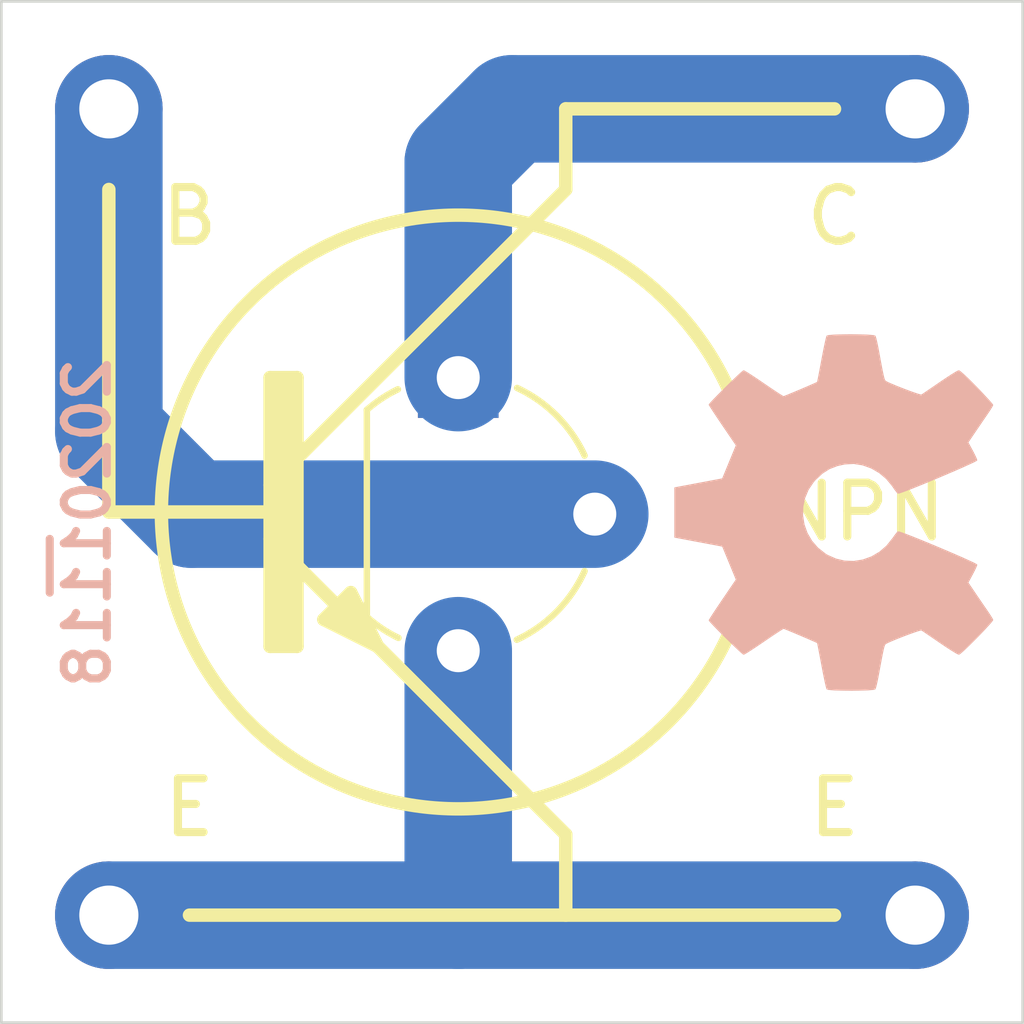
<source format=kicad_pcb>
(kicad_pcb (version 20171130) (host pcbnew 5.1.8-db9833491~87~ubuntu20.04.1)

  (general
    (thickness 1.6)
    (drawings 24)
    (tracks 9)
    (zones 0)
    (modules 7)
    (nets 4)
  )

  (page A4)
  (layers
    (0 F.Cu signal)
    (31 B.Cu signal)
    (32 B.Adhes user)
    (33 F.Adhes user)
    (34 B.Paste user)
    (35 F.Paste user)
    (36 B.SilkS user)
    (37 F.SilkS user)
    (38 B.Mask user)
    (39 F.Mask user)
    (40 Dwgs.User user)
    (41 Cmts.User user)
    (42 Eco1.User user)
    (43 Eco2.User user)
    (44 Edge.Cuts user)
    (45 Margin user)
    (46 B.CrtYd user)
    (47 F.CrtYd user)
    (48 B.Fab user)
    (49 F.Fab user)
  )

  (setup
    (last_trace_width 2)
    (user_trace_width 0.2)
    (user_trace_width 0.3)
    (user_trace_width 0.4)
    (user_trace_width 0.6)
    (user_trace_width 0.8)
    (user_trace_width 1)
    (user_trace_width 1.2)
    (user_trace_width 1.4)
    (user_trace_width 1.6)
    (user_trace_width 2)
    (trace_clearance 0.2)
    (zone_clearance 0.508)
    (zone_45_only no)
    (trace_min 0.1524)
    (via_size 0.8)
    (via_drill 0.4)
    (via_min_size 0.381)
    (via_min_drill 0.254)
    (user_via 0.4 0.254)
    (user_via 0.5 0.3)
    (user_via 0.6 0.4)
    (user_via 0.8 0.6)
    (user_via 1.1 0.8)
    (user_via 1.3 1)
    (user_via 1.5 1.2)
    (user_via 1.7 1.4)
    (user_via 1.9 1.6)
    (user_via 2.5 2)
    (uvia_size 0.3)
    (uvia_drill 0.1)
    (uvias_allowed no)
    (uvia_min_size 0.2)
    (uvia_min_drill 0.1)
    (edge_width 0.05)
    (segment_width 0.2)
    (pcb_text_width 0.3)
    (pcb_text_size 1.5 1.5)
    (mod_edge_width 0.25)
    (mod_text_size 0.8 0.8)
    (mod_text_width 0.12)
    (pad_size 1.524 1.524)
    (pad_drill 0.762)
    (pad_to_mask_clearance 0.0762)
    (solder_mask_min_width 0.1016)
    (pad_to_paste_clearance_ratio -0.1)
    (aux_axis_origin 0 0)
    (visible_elements FFFFFF7F)
    (pcbplotparams
      (layerselection 0x010fc_ffffffff)
      (usegerberextensions false)
      (usegerberattributes true)
      (usegerberadvancedattributes true)
      (creategerberjobfile true)
      (excludeedgelayer true)
      (linewidth 0.100000)
      (plotframeref false)
      (viasonmask false)
      (mode 1)
      (useauxorigin false)
      (hpglpennumber 1)
      (hpglpenspeed 20)
      (hpglpendiameter 15.000000)
      (psnegative false)
      (psa4output false)
      (plotreference true)
      (plotvalue true)
      (plotinvisibletext false)
      (padsonsilk false)
      (subtractmaskfromsilk false)
      (outputformat 1)
      (mirror false)
      (drillshape 1)
      (scaleselection 1)
      (outputdirectory ""))
  )

  (net 0 "")
  (net 1 "Net-(J1-Pad1)")
  (net 2 "Net-(J2-Pad1)")
  (net 3 "Net-(J3-Pad1)")

  (net_class Default "This is the default net class."
    (clearance 0.2)
    (trace_width 0.25)
    (via_dia 0.8)
    (via_drill 0.4)
    (uvia_dia 0.3)
    (uvia_drill 0.1)
    (add_net "Net-(J1-Pad1)")
    (add_net "Net-(J2-Pad1)")
    (add_net "Net-(J3-Pad1)")
  )

  (module Package_TO_SOT_THT:TO-92L_Wide (layer F.Cu) (tedit 5A152D5B) (tstamp 5FB591B5)
    (at 148.5 68 270)
    (descr "TO-92L leads in-line (large body variant of TO-92), also known as TO-226, wide, drill 0.75mm (see https://www.diodes.com/assets/Package-Files/TO92L.pdf and http://www.ti.com/lit/an/snoa059/snoa059.pdf)")
    (tags "TO-92L Molded Wide transistor")
    (path /5FB5ABA9)
    (fp_text reference Q1 (at 2.55 -4.15 90) (layer F.Fab)
      (effects (font (size 1 1) (thickness 0.15)))
    )
    (fp_text value BC547 (at 2.54 2.79 90) (layer F.Fab)
      (effects (font (size 1 1) (thickness 0.15)))
    )
    (fp_arc (start 2.54 0) (end 4.45 1.7) (angle -15.88591585) (layer F.SilkS) (width 0.12))
    (fp_arc (start 2.54 0) (end 2.54 -2.48) (angle -130.2499344) (layer F.Fab) (width 0.1))
    (fp_arc (start 2.54 0) (end 2.54 -2.48) (angle 129.9527847) (layer F.Fab) (width 0.1))
    (fp_arc (start 2.54 0) (end 3.6 -2.35) (angle 40.72153779) (layer F.SilkS) (width 0.12))
    (fp_arc (start 2.54 0) (end 1.45 -2.35) (angle -40.11670855) (layer F.SilkS) (width 0.12))
    (fp_arc (start 2.54 0) (end 0.6 1.7) (angle 15.44288892) (layer F.SilkS) (width 0.12))
    (fp_text user %R (at 2.54 0 90) (layer F.Fab)
      (effects (font (size 1 1) (thickness 0.15)))
    )
    (fp_line (start -1 -3.55) (end -1 1.85) (layer B.CrtYd) (width 0.05))
    (fp_line (start 6.1 -3.55) (end -1 -3.55) (layer B.CrtYd) (width 0.05))
    (fp_line (start 6.1 1.85) (end 6.1 -3.55) (layer B.CrtYd) (width 0.05))
    (fp_line (start -1 1.85) (end 6.1 1.85) (layer B.CrtYd) (width 0.05))
    (fp_line (start 0.6 1.7) (end 4.45 1.7) (layer F.SilkS) (width 0.12))
    (fp_line (start 0.65 1.6) (end 4.4 1.6) (layer F.Fab) (width 0.1))
    (pad 1 thru_hole rect (at 0 0 270) (size 1.5 1.5) (drill 0.8) (layers *.Cu *.Mask)
      (net 3 "Net-(J3-Pad1)"))
    (pad 3 thru_hole circle (at 5.08 0 270) (size 1.5 1.5) (drill 0.8) (layers *.Cu *.Mask)
      (net 2 "Net-(J2-Pad1)"))
    (pad 2 thru_hole circle (at 2.54 -2.54 270) (size 1.5 1.5) (drill 0.8) (layers *.Cu *.Mask)
      (net 1 "Net-(J1-Pad1)"))
    (model ${KISYS3DMOD}/Package_TO_SOT_THT.3dshapes/TO-92L_Wide.wrl
      (at (xyz 0 0 0))
      (scale (xyz 1 1 1))
      (rotate (xyz 0 0 0))
    )
  )

  (module mill-max:PC_pin_nail_head_6092 locked (layer F.Cu) (tedit 5FB583BD) (tstamp 5FB5E4C9)
    (at 157 78)
    (path /5FB5975F)
    (fp_text reference J4 (at -3 0) (layer F.Fab)
      (effects (font (size 1 1) (thickness 0.15)))
    )
    (fp_text value E (at -1.5 -2) (layer F.SilkS)
      (effects (font (size 1 1) (thickness 0.15)))
    )
    (fp_circle (center 0 0) (end 1.3 0) (layer B.CrtYd) (width 0.025))
    (fp_circle (center 0 0) (end 1.3 0) (layer F.CrtYd) (width 0.025))
    (pad 1 thru_hole circle (at 0 0) (size 2 2) (drill 1.1) (layers *.Cu *.Mask)
      (net 2 "Net-(J2-Pad1)"))
  )

  (module mill-max:PC_pin_nail_head_6092 locked (layer F.Cu) (tedit 5FB583BD) (tstamp 5FB5E4C2)
    (at 157 63)
    (path /5FB592C5)
    (fp_text reference J3 (at -3 0) (layer F.Fab)
      (effects (font (size 1 1) (thickness 0.15)))
    )
    (fp_text value C (at -1.5 2) (layer F.SilkS)
      (effects (font (size 1 1) (thickness 0.15)))
    )
    (fp_circle (center 0 0) (end 1.3 0) (layer B.CrtYd) (width 0.025))
    (fp_circle (center 0 0) (end 1.3 0) (layer F.CrtYd) (width 0.025))
    (pad 1 thru_hole circle (at 0 0) (size 2 2) (drill 1.1) (layers *.Cu *.Mask)
      (net 3 "Net-(J3-Pad1)"))
  )

  (module mill-max:PC_pin_nail_head_6092 locked (layer F.Cu) (tedit 5FB583BD) (tstamp 5FB5E4BB)
    (at 142 78)
    (path /5FB58352)
    (fp_text reference J2 (at 3 0) (layer F.Fab)
      (effects (font (size 1 1) (thickness 0.15)))
    )
    (fp_text value E (at 1.5 -2) (layer F.SilkS)
      (effects (font (size 1 1) (thickness 0.15)))
    )
    (fp_circle (center 0 0) (end 1.3 0) (layer B.CrtYd) (width 0.025))
    (fp_circle (center 0 0) (end 1.3 0) (layer F.CrtYd) (width 0.025))
    (pad 1 thru_hole circle (at 0 0) (size 2 2) (drill 1.1) (layers *.Cu *.Mask)
      (net 2 "Net-(J2-Pad1)"))
  )

  (module mill-max:PC_pin_nail_head_6092 locked (layer F.Cu) (tedit 5FB583BD) (tstamp 5FB5E4B4)
    (at 142 63)
    (path /5FB58B49)
    (fp_text reference J1 (at 3 0) (layer F.Fab)
      (effects (font (size 1 1) (thickness 0.15)))
    )
    (fp_text value B (at 1.5 2) (layer F.SilkS)
      (effects (font (size 1 1) (thickness 0.15)))
    )
    (fp_circle (center 0 0) (end 1.3 0) (layer B.CrtYd) (width 0.025))
    (fp_circle (center 0 0) (end 1.3 0) (layer F.CrtYd) (width 0.025))
    (pad 1 thru_hole circle (at 0 0) (size 2 2) (drill 1.1) (layers *.Cu *.Mask)
      (net 1 "Net-(J1-Pad1)"))
  )

  (module Symbol:OSHW-Symbol_6.7x6mm_SilkScreen (layer B.Cu) (tedit 0) (tstamp 5EE12086)
    (at 155.5 70.5 270)
    (descr "Open Source Hardware Symbol")
    (tags "Logo Symbol OSHW")
    (path /5EE13678)
    (attr virtual)
    (fp_text reference N2 (at 0 0 90) (layer B.SilkS) hide
      (effects (font (size 1 1) (thickness 0.15)) (justify mirror))
    )
    (fp_text value OHWLOGO (at 0.75 0 90) (layer B.Fab) hide
      (effects (font (size 1 1) (thickness 0.15)) (justify mirror))
    )
    (fp_poly (pts (xy 0.555814 2.531069) (xy 0.639635 2.086445) (xy 0.94892 1.958947) (xy 1.258206 1.831449)
      (xy 1.629246 2.083754) (xy 1.733157 2.154004) (xy 1.827087 2.216728) (xy 1.906652 2.269062)
      (xy 1.96747 2.308143) (xy 2.005157 2.331107) (xy 2.015421 2.336058) (xy 2.03391 2.323324)
      (xy 2.07342 2.288118) (xy 2.129522 2.234938) (xy 2.197787 2.168282) (xy 2.273786 2.092646)
      (xy 2.353092 2.012528) (xy 2.431275 1.932426) (xy 2.503907 1.856836) (xy 2.566559 1.790255)
      (xy 2.614803 1.737182) (xy 2.64421 1.702113) (xy 2.651241 1.690377) (xy 2.641123 1.66874)
      (xy 2.612759 1.621338) (xy 2.569129 1.552807) (xy 2.513218 1.467785) (xy 2.448006 1.370907)
      (xy 2.410219 1.31565) (xy 2.341343 1.214752) (xy 2.28014 1.123701) (xy 2.229578 1.04703)
      (xy 2.192628 0.989272) (xy 2.172258 0.954957) (xy 2.169197 0.947746) (xy 2.176136 0.927252)
      (xy 2.195051 0.879487) (xy 2.223087 0.811168) (xy 2.257391 0.729011) (xy 2.295109 0.63973)
      (xy 2.333387 0.550042) (xy 2.36937 0.466662) (xy 2.400206 0.396306) (xy 2.423039 0.34569)
      (xy 2.435017 0.321529) (xy 2.435724 0.320578) (xy 2.454531 0.315964) (xy 2.504618 0.305672)
      (xy 2.580793 0.290713) (xy 2.677865 0.272099) (xy 2.790643 0.250841) (xy 2.856442 0.238582)
      (xy 2.97695 0.215638) (xy 3.085797 0.193805) (xy 3.177476 0.174278) (xy 3.246481 0.158252)
      (xy 3.287304 0.146921) (xy 3.295511 0.143326) (xy 3.303548 0.118994) (xy 3.310033 0.064041)
      (xy 3.31497 -0.015108) (xy 3.318364 -0.112026) (xy 3.320218 -0.220287) (xy 3.320538 -0.333465)
      (xy 3.319327 -0.445135) (xy 3.31659 -0.548868) (xy 3.312331 -0.638241) (xy 3.306555 -0.706826)
      (xy 3.299267 -0.748197) (xy 3.294895 -0.75681) (xy 3.268764 -0.767133) (xy 3.213393 -0.781892)
      (xy 3.136107 -0.799352) (xy 3.04423 -0.81778) (xy 3.012158 -0.823741) (xy 2.857524 -0.852066)
      (xy 2.735375 -0.874876) (xy 2.641673 -0.89308) (xy 2.572384 -0.907583) (xy 2.523471 -0.919292)
      (xy 2.490897 -0.929115) (xy 2.470628 -0.937956) (xy 2.458626 -0.946724) (xy 2.456947 -0.948457)
      (xy 2.440184 -0.976371) (xy 2.414614 -1.030695) (xy 2.382788 -1.104777) (xy 2.34726 -1.191965)
      (xy 2.310583 -1.285608) (xy 2.275311 -1.379052) (xy 2.243996 -1.465647) (xy 2.219193 -1.53874)
      (xy 2.203454 -1.591678) (xy 2.199332 -1.617811) (xy 2.199676 -1.618726) (xy 2.213641 -1.640086)
      (xy 2.245322 -1.687084) (xy 2.291391 -1.754827) (xy 2.348518 -1.838423) (xy 2.413373 -1.932982)
      (xy 2.431843 -1.959854) (xy 2.497699 -2.057275) (xy 2.55565 -2.146163) (xy 2.602538 -2.221412)
      (xy 2.635207 -2.27792) (xy 2.6505 -2.310581) (xy 2.651241 -2.314593) (xy 2.638392 -2.335684)
      (xy 2.602888 -2.377464) (xy 2.549293 -2.435445) (xy 2.482171 -2.505135) (xy 2.406087 -2.582045)
      (xy 2.325604 -2.661683) (xy 2.245287 -2.739561) (xy 2.169699 -2.811186) (xy 2.103405 -2.87207)
      (xy 2.050969 -2.917721) (xy 2.016955 -2.94365) (xy 2.007545 -2.947883) (xy 1.985643 -2.937912)
      (xy 1.9408 -2.91102) (xy 1.880321 -2.871736) (xy 1.833789 -2.840117) (xy 1.749475 -2.782098)
      (xy 1.649626 -2.713784) (xy 1.549473 -2.645579) (xy 1.495627 -2.609075) (xy 1.313371 -2.4858)
      (xy 1.160381 -2.56852) (xy 1.090682 -2.604759) (xy 1.031414 -2.632926) (xy 0.991311 -2.648991)
      (xy 0.981103 -2.651226) (xy 0.968829 -2.634722) (xy 0.944613 -2.588082) (xy 0.910263 -2.515609)
      (xy 0.867588 -2.421606) (xy 0.818394 -2.310374) (xy 0.76449 -2.186215) (xy 0.707684 -2.053432)
      (xy 0.649782 -1.916327) (xy 0.592593 -1.779202) (xy 0.537924 -1.646358) (xy 0.487584 -1.522098)
      (xy 0.44338 -1.410725) (xy 0.407119 -1.316539) (xy 0.380609 -1.243844) (xy 0.365658 -1.196941)
      (xy 0.363254 -1.180833) (xy 0.382311 -1.160286) (xy 0.424036 -1.126933) (xy 0.479706 -1.087702)
      (xy 0.484378 -1.084599) (xy 0.628264 -0.969423) (xy 0.744283 -0.835053) (xy 0.83143 -0.685784)
      (xy 0.888699 -0.525913) (xy 0.915086 -0.359737) (xy 0.909585 -0.191552) (xy 0.87119 -0.025655)
      (xy 0.798895 0.133658) (xy 0.777626 0.168513) (xy 0.666996 0.309263) (xy 0.536302 0.422286)
      (xy 0.390064 0.506997) (xy 0.232808 0.562806) (xy 0.069057 0.589126) (xy -0.096667 0.58537)
      (xy -0.259838 0.55095) (xy -0.415935 0.485277) (xy -0.560433 0.387765) (xy -0.605131 0.348187)
      (xy -0.718888 0.224297) (xy -0.801782 0.093876) (xy -0.858644 -0.052315) (xy -0.890313 -0.197088)
      (xy -0.898131 -0.35986) (xy -0.872062 -0.52344) (xy -0.814755 -0.682298) (xy -0.728856 -0.830906)
      (xy -0.617014 -0.963735) (xy -0.481877 -1.075256) (xy -0.464117 -1.087011) (xy -0.40785 -1.125508)
      (xy -0.365077 -1.158863) (xy -0.344628 -1.18016) (xy -0.344331 -1.180833) (xy -0.348721 -1.203871)
      (xy -0.366124 -1.256157) (xy -0.394732 -1.33339) (xy -0.432735 -1.431268) (xy -0.478326 -1.545491)
      (xy -0.529697 -1.671758) (xy -0.585038 -1.805767) (xy -0.642542 -1.943218) (xy -0.700399 -2.079808)
      (xy -0.756802 -2.211237) (xy -0.809942 -2.333205) (xy -0.85801 -2.441409) (xy -0.899199 -2.531549)
      (xy -0.931699 -2.599323) (xy -0.953703 -2.64043) (xy -0.962564 -2.651226) (xy -0.98964 -2.642819)
      (xy -1.040303 -2.620272) (xy -1.105817 -2.587613) (xy -1.141841 -2.56852) (xy -1.294832 -2.4858)
      (xy -1.477088 -2.609075) (xy -1.570125 -2.672228) (xy -1.671985 -2.741727) (xy -1.767438 -2.807165)
      (xy -1.81525 -2.840117) (xy -1.882495 -2.885273) (xy -1.939436 -2.921057) (xy -1.978646 -2.942938)
      (xy -1.991381 -2.947563) (xy -2.009917 -2.935085) (xy -2.050941 -2.900252) (xy -2.110475 -2.846678)
      (xy -2.184542 -2.777983) (xy -2.269165 -2.697781) (xy -2.322685 -2.646286) (xy -2.416319 -2.554286)
      (xy -2.497241 -2.471999) (xy -2.562177 -2.402945) (xy -2.607858 -2.350644) (xy -2.631011 -2.318616)
      (xy -2.633232 -2.312116) (xy -2.622924 -2.287394) (xy -2.594439 -2.237405) (xy -2.550937 -2.167212)
      (xy -2.495577 -2.081875) (xy -2.43152 -1.986456) (xy -2.413303 -1.959854) (xy -2.346927 -1.863167)
      (xy -2.287378 -1.776117) (xy -2.237984 -1.703595) (xy -2.202075 -1.650493) (xy -2.182981 -1.621703)
      (xy -2.181136 -1.618726) (xy -2.183895 -1.595782) (xy -2.198538 -1.545336) (xy -2.222513 -1.474041)
      (xy -2.253266 -1.388547) (xy -2.288244 -1.295507) (xy -2.324893 -1.201574) (xy -2.360661 -1.113399)
      (xy -2.392994 -1.037634) (xy -2.419338 -0.980931) (xy -2.437142 -0.949943) (xy -2.438407 -0.948457)
      (xy -2.449294 -0.939601) (xy -2.467682 -0.930843) (xy -2.497606 -0.921277) (xy -2.543103 -0.909996)
      (xy -2.608209 -0.896093) (xy -2.696961 -0.878663) (xy -2.813393 -0.856798) (xy -2.961542 -0.829591)
      (xy -2.993618 -0.823741) (xy -3.088686 -0.805374) (xy -3.171565 -0.787405) (xy -3.23493 -0.771569)
      (xy -3.271458 -0.7596) (xy -3.276356 -0.75681) (xy -3.284427 -0.732072) (xy -3.290987 -0.67679)
      (xy -3.296033 -0.597389) (xy -3.299559 -0.500296) (xy -3.301561 -0.391938) (xy -3.302036 -0.27874)
      (xy -3.300977 -0.167128) (xy -3.298382 -0.063529) (xy -3.294246 0.025632) (xy -3.288563 0.093928)
      (xy -3.281331 0.134934) (xy -3.276971 0.143326) (xy -3.252698 0.151792) (xy -3.197426 0.165565)
      (xy -3.116662 0.18345) (xy -3.015912 0.204252) (xy -2.900683 0.226777) (xy -2.837902 0.238582)
      (xy -2.718787 0.260849) (xy -2.612565 0.281021) (xy -2.524427 0.298085) (xy -2.459566 0.311031)
      (xy -2.423174 0.318845) (xy -2.417184 0.320578) (xy -2.407061 0.34011) (xy -2.385662 0.387157)
      (xy -2.355839 0.454997) (xy -2.320445 0.536909) (xy -2.282332 0.626172) (xy -2.244353 0.716065)
      (xy -2.20936 0.799865) (xy -2.180206 0.870853) (xy -2.159743 0.922306) (xy -2.150823 0.947503)
      (xy -2.150657 0.948604) (xy -2.160769 0.968481) (xy -2.189117 1.014223) (xy -2.232723 1.081283)
      (xy -2.288606 1.165116) (xy -2.353787 1.261174) (xy -2.391679 1.31635) (xy -2.460725 1.417519)
      (xy -2.52205 1.50937) (xy -2.572663 1.587256) (xy -2.609571 1.646531) (xy -2.629782 1.682549)
      (xy -2.632701 1.690623) (xy -2.620153 1.709416) (xy -2.585463 1.749543) (xy -2.533063 1.806507)
      (xy -2.467384 1.875815) (xy -2.392856 1.952969) (xy -2.313913 2.033475) (xy -2.234983 2.112837)
      (xy -2.1605 2.18656) (xy -2.094894 2.250148) (xy -2.042596 2.299106) (xy -2.008039 2.328939)
      (xy -1.996478 2.336058) (xy -1.977654 2.326047) (xy -1.932631 2.297922) (xy -1.865787 2.254546)
      (xy -1.781499 2.198782) (xy -1.684144 2.133494) (xy -1.610707 2.083754) (xy -1.239667 1.831449)
      (xy -0.621095 2.086445) (xy -0.537275 2.531069) (xy -0.453454 2.975693) (xy 0.471994 2.975693)
      (xy 0.555814 2.531069)) (layer B.SilkS) (width 0.01))
  )

  (module SquantorLabels:Label_Generic (layer B.Cu) (tedit 5D8A7D4C) (tstamp 5EE12051)
    (at 141.5 71.5 90)
    (descr "Label for general purpose use")
    (tags Label)
    (path /5EE12BF3)
    (attr smd)
    (fp_text reference N1 (at 0 -1.85 90) (layer B.Fab) hide
      (effects (font (size 1 1) (thickness 0.15)) (justify mirror))
    )
    (fp_text value 20201118 (at 0.8 0.1 90) (layer B.SilkS)
      (effects (font (size 0.8 0.8) (thickness 0.15)) (justify mirror))
    )
    (fp_line (start -0.5 -0.6) (end 0.5 -0.6) (layer B.SilkS) (width 0.15))
  )

  (gr_poly (pts (xy 147 73) (xy 146 72.5) (xy 146.5 72)) (layer F.SilkS) (width 0.1))
  (gr_poly (pts (xy 145.5 73) (xy 145 73) (xy 145 68) (xy 145.5 68)) (layer F.SilkS) (width 0.1))
  (gr_line (start 146 72.5) (end 147 73) (layer F.SilkS) (width 0.25) (tstamp 5FB592BB))
  (gr_line (start 146.5 72) (end 146 72.5) (layer F.SilkS) (width 0.25))
  (gr_line (start 147 73) (end 146.5 72) (layer F.SilkS) (width 0.25))
  (gr_line (start 150.5 63) (end 155.5 63) (layer F.SilkS) (width 0.25))
  (gr_line (start 150.5 64.5) (end 150.5 63) (layer F.SilkS) (width 0.25))
  (gr_line (start 145 70) (end 150.5 64.5) (layer F.SilkS) (width 0.25))
  (gr_line (start 150.5 76.5) (end 145 71) (layer F.SilkS) (width 0.25))
  (gr_line (start 150.5 78) (end 150.5 76.5) (layer F.SilkS) (width 0.25))
  (gr_line (start 145 73) (end 145 70.5) (layer F.SilkS) (width 0.25) (tstamp 5FB592BA))
  (gr_line (start 145.5 73) (end 145 73) (layer F.SilkS) (width 0.25))
  (gr_line (start 145.5 68) (end 145.5 73) (layer F.SilkS) (width 0.25))
  (gr_line (start 145 68) (end 145.5 68) (layer F.SilkS) (width 0.25))
  (gr_line (start 145 70.5) (end 145 68) (layer F.SilkS) (width 0.25))
  (gr_line (start 142 70.5) (end 145 70.5) (layer F.SilkS) (width 0.25))
  (gr_line (start 142 64.5) (end 142 70.5) (layer F.SilkS) (width 0.25))
  (gr_text NPN (at 156 70.5) (layer F.SilkS)
    (effects (font (size 1 1) (thickness 0.15)))
  )
  (gr_circle (center 148.5 70.5) (end 154 71) (layer F.SilkS) (width 0.25))
  (gr_line (start 143.5 78) (end 155.5 78) (layer F.SilkS) (width 0.25))
  (gr_line (start 159 61) (end 140 61) (layer Edge.Cuts) (width 0.05) (tstamp 5FB5E506))
  (gr_line (start 159 61) (end 159 80) (layer Edge.Cuts) (width 0.05) (tstamp 5FB5E4FA))
  (gr_line (start 140 80) (end 159 80) (layer Edge.Cuts) (width 0.05) (tstamp 5FB5E4F5))
  (gr_line (start 140 80) (end 140 61) (layer Edge.Cuts) (width 0.05))

  (segment (start 151.04 70.54) (end 143.54 70.54) (width 2) (layer B.Cu) (net 1))
  (segment (start 142 69) (end 142 63) (width 2) (layer B.Cu) (net 1))
  (segment (start 143.54 70.54) (end 142 69) (width 2) (layer B.Cu) (net 1))
  (segment (start 148.5 73.08) (end 148.5 78) (width 2) (layer B.Cu) (net 2))
  (segment (start 148.5 78) (end 157 78) (width 2) (layer B.Cu) (net 2))
  (segment (start 142 78) (end 148.5 78) (width 2) (layer B.Cu) (net 2))
  (segment (start 148.5 68) (end 148.5 64) (width 2) (layer B.Cu) (net 3))
  (segment (start 149.5 63) (end 157 63) (width 2) (layer B.Cu) (net 3))
  (segment (start 148.5 64) (end 149.5 63) (width 2) (layer B.Cu) (net 3))

)

</source>
